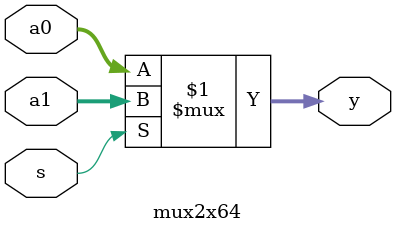
<source format=v>
/************************************************
  The Verilog HDL code example is from the book
  Computer Principles and Design in Verilog HDL
  by Yamin Li, published by A JOHN WILEY & SONS
************************************************/
module mux2x64 (a0,a1,s,y);                    // multiplexer, 64 bits
    input  [63:0] a0, a1;                      // inputs, 64 bits
    input         s;                           // input,   1 bit
    output [63:0] y;                           // output, 64 bits
    assign        y = s ? a1 : a0;             // if (s==1) y=a1; else y=a0;
endmodule

</source>
